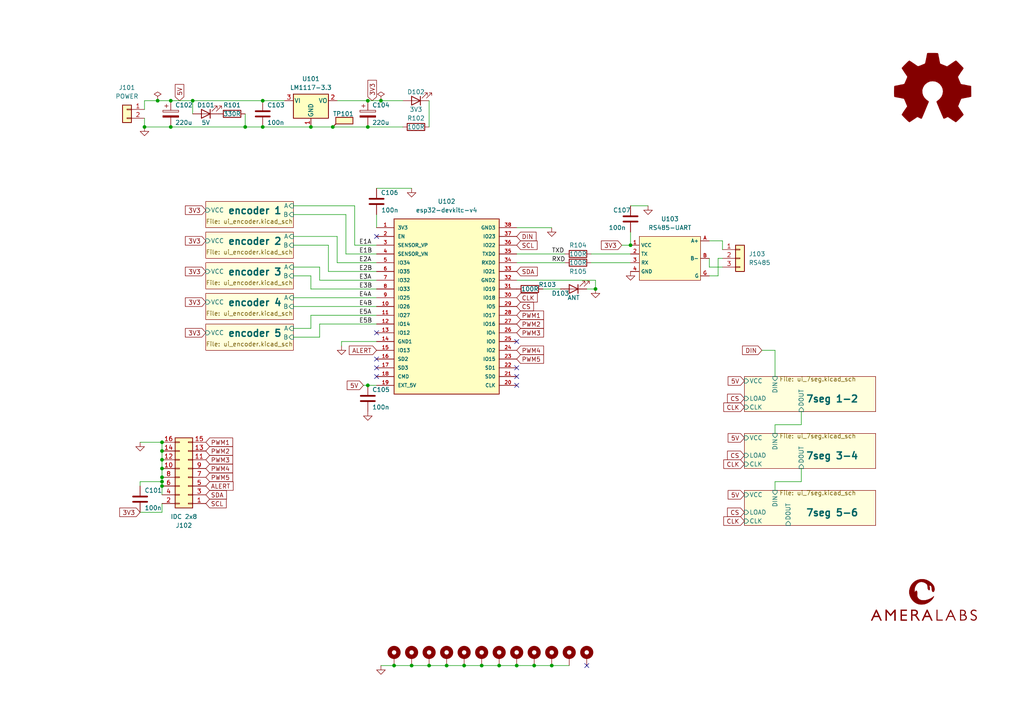
<source format=kicad_sch>
(kicad_sch (version 20211123) (generator eeschema)
  (paper "A4")
  (title_block (title "DZF-6020-UV-power-addon / UI board") (date "2024-09-10") (rev "1.0"))
  (lib_symbols
    (symbol "-ameralab:logo_w_text" (pin_numbers hide) (pin_names (offset 1.016) hide))
    (symbol "-local:RS485-UART"
      (property "Reference" "U" (at 0 10.16 0))
      (property "Value" "RS485-UART" (at 0 7.62 0))
      (symbol "RS485-UART_0_0"
        (pin power_in line (at -11.43 3.81 0) (length 2.54) (name "VCC") (number "1"))
        (pin bidirectional line (at -11.43 1.27 0) (length 2.54) (name "TX") (number "2"))
        (pin bidirectional line (at -11.43 -1.27 0) (length 2.54) (name "RX") (number "3"))
        (pin power_in line (at -11.43 -3.81 0) (length 2.54) (name "GND") (number "4"))
        (pin bidirectional line (at 11.43 5.08 180) (length 2.54) (name "A+") (number "A"))
        (pin bidirectional line (at 11.43 0 180) (length 2.54) (name "B-") (number "B"))
        (pin bidirectional line (at 11.43 -5.08 180) (length 2.54) (name "G") (number "G"))
      )
    )
    (symbol "-local:esp32-devkitc-v4" (pin_names (offset 1.016))
      (property "Reference" "U" (at -15.2572 26.0643 0))
      (property "Value" "esp32-devkitc-v4" (at -15.2563 -27.9698 0))
      (symbol "esp32-devkitc-v4_0_0"
        (pin power_in line (at -20.32 22.86 0) (length 5.08) (name "3V3") (number "1"))
        (pin bidirectional line (at -20.32 0 0) (length 5.08) (name "IO26") (number "10"))
        (pin bidirectional line (at -20.32 -2.54 0) (length 5.08) (name "IO27") (number "11"))
        (pin bidirectional line (at -20.32 -5.08 0) (length 5.08) (name "IO14") (number "12"))
        (pin bidirectional line (at -20.32 -7.62 0) (length 5.08) (name "IO12") (number "13"))
        (pin power_in line (at -20.32 -10.16 0) (length 5.08) (name "GND1") (number "14"))
        (pin bidirectional line (at -20.32 -12.7 0) (length 5.08) (name "IO13") (number "15"))
        (pin bidirectional line (at -20.32 -15.24 0) (length 5.08) (name "SD2") (number "16"))
        (pin bidirectional line (at -20.32 -17.78 0) (length 5.08) (name "SD3") (number "17"))
        (pin bidirectional line (at -20.32 -20.32 0) (length 5.08) (name "CMD") (number "18"))
        (pin power_in line (at -20.32 -22.86 0) (length 5.08) (name "EXT_5V") (number "19"))
        (pin input line (at -20.32 20.32 0) (length 5.08) (name "EN") (number "2"))
        (pin input line (at 20.32 -22.86 180) (length 5.08) (name "CLK") (number "20"))
        (pin bidirectional line (at 20.32 -20.32 180) (length 5.08) (name "SD0") (number "21"))
        (pin bidirectional line (at 20.32 -17.78 180) (length 5.08) (name "SD1") (number "22"))
        (pin bidirectional line (at 20.32 -15.24 180) (length 5.08) (name "IO15") (number "23"))
        (pin bidirectional line (at 20.32 -12.7 180) (length 5.08) (name "IO2") (number "24"))
        (pin bidirectional line (at 20.32 -10.16 180) (length 5.08) (name "IO0") (number "25"))
        (pin bidirectional line (at 20.32 -7.62 180) (length 5.08) (name "IO4") (number "26"))
        (pin bidirectional line (at 20.32 -5.08 180) (length 5.08) (name "IO16") (number "27"))
        (pin bidirectional line (at 20.32 -2.54 180) (length 5.08) (name "IO17") (number "28"))
        (pin bidirectional line (at 20.32 0 180) (length 5.08) (name "IO5") (number "29"))
        (pin input line (at -20.32 17.78 0) (length 5.08) (name "SENSOR_VP") (number "3"))
        (pin bidirectional line (at 20.32 2.54 180) (length 5.08) (name "IO18") (number "30"))
        (pin bidirectional line (at 20.32 5.08 180) (length 5.08) (name "IO19") (number "31"))
        (pin power_in line (at 20.32 7.62 180) (length 5.08) (name "GND2") (number "32"))
        (pin bidirectional line (at 20.32 10.16 180) (length 5.08) (name "IO21") (number "33"))
        (pin input line (at 20.32 12.7 180) (length 5.08) (name "RXD0") (number "34"))
        (pin output line (at 20.32 15.24 180) (length 5.08) (name "TXD0") (number "35"))
        (pin bidirectional line (at 20.32 17.78 180) (length 5.08) (name "IO22") (number "36"))
        (pin bidirectional line (at 20.32 20.32 180) (length 5.08) (name "IO23") (number "37"))
        (pin power_in line (at 20.32 22.86 180) (length 5.08) (name "GND3") (number "38"))
        (pin input line (at -20.32 15.24 0) (length 5.08) (name "SENSOR_VN") (number "4"))
        (pin bidirectional line (at -20.32 12.7 0) (length 5.08) (name "IO34") (number "5"))
        (pin bidirectional line (at -20.32 10.16 0) (length 5.08) (name "IO35") (number "6"))
        (pin bidirectional line (at -20.32 7.62 0) (length 5.08) (name "IO32") (number "7"))
        (pin bidirectional line (at -20.32 5.08 0) (length 5.08) (name "IO33") (number "8"))
        (pin bidirectional line (at -20.32 2.54 0) (length 5.08) (name "IO25") (number "9"))
      )
    )
    (symbol "Connector:TestPoint_Flag" (pin_numbers hide) (pin_names (offset 0.762) hide)
      (property "Reference" "TP" (at 3.429 1.778 0))
      (property "Value" "TestPoint_Flag" (at 3.302 4.191 0))
      (symbol "TestPoint_Flag_1_1"
        (pin passive line (at 0 0 90) (length 0) (name "1") (number "1"))
      )
    )
    (symbol "Connector_Generic:Conn_01x02" (pin_names (offset 1.016) hide)
      (property "Reference" "J" (at 0 2.54 0))
      (property "Value" "Conn_01x02" (at 0 -5.08 0))
      (symbol "Conn_01x02_1_1"
        (pin passive line (at -5.08 0 0) (length 3.81) (name "Pin_1") (number "1"))
        (pin passive line (at -5.08 -2.54 0) (length 3.81) (name "Pin_2") (number "2"))
      )
    )
    (symbol "Connector_Generic:Conn_01x03" (pin_names (offset 1.016) hide)
      (property "Reference" "J" (at 0 5.08 0))
      (property "Value" "Conn_01x03" (at 0 -5.08 0))
      (symbol "Conn_01x03_1_1"
        (pin passive line (at -5.08 2.54 0) (length 3.81) (name "Pin_1") (number "1"))
        (pin passive line (at -5.08 0 0) (length 3.81) (name "Pin_2") (number "2"))
        (pin passive line (at -5.08 -2.54 0) (length 3.81) (name "Pin_3") (number "3"))
      )
    )
    (symbol "Connector_Generic:Conn_02x08_Odd_Even" (pin_names (offset 1.016) hide)
      (property "Reference" "J" (at 1.27 10.16 0))
      (property "Value" "Conn_02x08_Odd_Even" (at 1.27 -12.7 0))
      (symbol "Conn_02x08_Odd_Even_1_1"
        (pin passive line (at -5.08 7.62 0) (length 3.81) (name "Pin_1") (number "1"))
        (pin passive line (at 7.62 -2.54 180) (length 3.81) (name "Pin_10") (number "10"))
        (pin passive line (at -5.08 -5.08 0) (length 3.81) (name "Pin_11") (number "11"))
        (pin passive line (at 7.62 -5.08 180) (length 3.81) (name "Pin_12") (number "12"))
        (pin passive line (at -5.08 -7.62 0) (length 3.81) (name "Pin_13") (number "13"))
        (pin passive line (at 7.62 -7.62 180) (length 3.81) (name "Pin_14") (number "14"))
        (pin passive line (at -5.08 -10.16 0) (length 3.81) (name "Pin_15") (number "15"))
        (pin passive line (at 7.62 -10.16 180) (length 3.81) (name "Pin_16") (number "16"))
        (pin passive line (at 7.62 7.62 180) (length 3.81) (name "Pin_2") (number "2"))
        (pin passive line (at -5.08 5.08 0) (length 3.81) (name "Pin_3") (number "3"))
        (pin passive line (at 7.62 5.08 180) (length 3.81) (name "Pin_4") (number "4"))
        (pin passive line (at -5.08 2.54 0) (length 3.81) (name "Pin_5") (number "5"))
        (pin passive line (at 7.62 2.54 180) (length 3.81) (name "Pin_6") (number "6"))
        (pin passive line (at -5.08 0 0) (length 3.81) (name "Pin_7") (number "7"))
        (pin passive line (at 7.62 0 180) (length 3.81) (name "Pin_8") (number "8"))
        (pin passive line (at -5.08 -2.54 0) (length 3.81) (name "Pin_9") (number "9"))
      )
    )
    (symbol "Device:C" (pin_numbers hide) (pin_names (offset 0.254))
      (property "Reference" "C" (at 0.635 2.54 0))
      (property "Value" "C" (at 0.635 -2.54 0))
      (symbol "C_1_1"
        (pin passive line (at 0 3.81 270) (length 2.794) (name "~") (number "1"))
        (pin passive line (at 0 -3.81 90) (length 2.794) (name "~") (number "2"))
      )
    )
    (symbol "Device:C_Polarized" (pin_numbers hide) (pin_names (offset 0.254))
      (property "Reference" "C" (at 0.635 2.54 0))
      (property "Value" "C_Polarized" (at 0.635 -2.54 0))
      (symbol "C_Polarized_1_1"
        (pin passive line (at 0 3.81 270) (length 2.794) (name "~") (number "1"))
        (pin passive line (at 0 -3.81 90) (length 2.794) (name "~") (number "2"))
      )
    )
    (symbol "Device:LED" (pin_numbers hide) (pin_names (offset 1.016) hide)
      (property "Reference" "D" (at 0 2.54 0))
      (property "Value" "LED" (at 0 -2.54 0))
      (symbol "LED_1_1"
        (pin passive line (at -3.81 0 0) (length 2.54) (name "K") (number "1"))
        (pin passive line (at 3.81 0 180) (length 2.54) (name "A") (number "2"))
      )
    )
    (symbol "Device:R" (pin_numbers hide) (pin_names (offset 0))
      (property "Reference" "R" (at 2.032 0 90))
      (property "Value" "R" (at 0 0 90))
      (symbol "R_1_1"
        (pin passive line (at 0 3.81 270) (length 1.27) (name "~") (number "1"))
        (pin passive line (at 0 -3.81 90) (length 1.27) (name "~") (number "2"))
      )
    )
    (symbol "Graphic:Logo_Open_Hardware_Large" (pin_numbers hide) (pin_names (offset 1.016) hide))
    (symbol "Mechanical:MountingHole_Pad" (pin_numbers hide) (pin_names (offset 1.016) hide)
      (property "Reference" "H" (at 0 6.35 0))
      (property "Value" "MountingHole_Pad" (at 0 4.445 0))
      (symbol "MountingHole_Pad_1_1"
        (pin input line (at 0 -2.54 90) (length 2.54) (name "1") (number "1"))
      )
    )
    (symbol "Regulator_Linear:AZ1117-3.3" (pin_names (offset 0.254))
      (property "Reference" "U" (at -3.81 3.175 0))
      (property "Value" "AZ1117-3.3" (at 0 3.175 0))
      (symbol "AZ1117-3.3_1_1"
        (pin power_in line (at 0 -7.62 90) (length 2.54) (name "GND") (number "1"))
        (pin power_out line (at 7.62 0 180) (length 2.54) (name "VO") (number "2"))
        (pin power_in line (at -7.62 0 0) (length 2.54) (name "VI") (number "3"))
      )
    )
    (symbol "power:GND" (power) (pin_numbers hide) (pin_names (offset 0) hide)
      (property "Value" "GND" (at 0 -3.81 0))
      (symbol "GND_1_1"
        (pin power_in line (at 0 0 270) (length 0) hide (name "GND") (number "1"))
      )
    )
    (symbol "power:PWR_FLAG" (power) (pin_numbers hide) (pin_names (offset 0) hide)
      (property "Value" "PWR_FLAG" (at 0 3.81 0))
      (symbol "PWR_FLAG_0_0"
        (pin power_out line (at 0 0 90) (length 0) (name "pwr") (number "1"))
      )
    )
  )
  (junction (at 106.68 111.76))
  (junction (at 41.91 36.83))
  (junction (at 139.7 193.04))
  (junction (at 45.72 29.21))
  (junction (at 119.38 193.04))
  (junction (at 154.94 193.04))
  (junction (at 144.78 193.04))
  (junction (at 46.99 128.27))
  (junction (at 49.53 29.21))
  (junction (at 76.2 29.21))
  (junction (at 182.88 71.12))
  (junction (at 46.99 133.35))
  (junction (at 124.46 193.04))
  (junction (at 129.54 193.04))
  (junction (at 55.88 29.21))
  (junction (at 46.99 140.97))
  (junction (at 46.99 135.89))
  (junction (at 110.49 29.21))
  (junction (at 96.52 36.83))
  (junction (at 134.62 193.04))
  (junction (at 71.12 36.83))
  (junction (at 106.68 36.83))
  (junction (at 46.99 130.81))
  (junction (at 172.72 83.82))
  (junction (at 106.68 29.21))
  (junction (at 149.86 193.04))
  (junction (at 114.3 193.04))
  (junction (at 90.17 36.83))
  (junction (at 49.53 36.83))
  (junction (at 46.99 138.43))
  (junction (at 76.2 36.83))
  (junction (at 46.99 139.7))
  (junction (at 160.02 193.04))
  (no_connect (at 109.22 106.68))
  (no_connect (at 149.86 99.06))
  (no_connect (at 149.86 106.68))
  (no_connect (at 170.18 193.04))
  (no_connect (at 109.22 68.58))
  (no_connect (at 149.86 111.76))
  (no_connect (at 109.22 96.52))
  (no_connect (at 149.86 109.22))
  (no_connect (at 109.22 104.14))
  (no_connect (at 109.22 109.22))
  (wire (pts (xy 149.86 81.28) (xy 172.72 81.28)))
  (wire (pts (xy 119.38 193.04) (xy 124.46 193.04)))
  (wire (pts (xy 124.46 29.21) (xy 124.46 36.83)))
  (wire (pts (xy 46.99 146.05) (xy 46.99 148.59)))
  (wire (pts (xy 92.71 81.28) (xy 92.71 77.47)))
  (wire (pts (xy 71.12 36.83) (xy 76.2 36.83)))
  (wire (pts (xy 205.74 74.93) (xy 205.74 77.47)))
  (wire (pts (xy 209.55 74.93) (xy 208.28 74.93)))
  (wire (pts (xy 85.09 88.9) (xy 109.22 88.9)))
  (wire (pts (xy 90.17 95.25) (xy 85.09 95.25)))
  (wire (pts (xy 109.22 99.06) (xy 99.06 99.06)))
  (wire (pts (xy 46.99 135.89) (xy 46.99 133.35)))
  (wire (pts (xy 90.17 83.82) (xy 90.17 80.01)))
  (wire (pts (xy 105.41 111.76) (xy 106.68 111.76)))
  (wire (pts (xy 106.68 36.83) (xy 116.84 36.83)))
  (wire (pts (xy 134.62 193.04) (xy 139.7 193.04)))
  (wire (pts (xy 129.54 193.04) (xy 134.62 193.04)))
  (wire (pts (xy 109.22 73.66) (xy 100.33 73.66)))
  (wire (pts (xy 171.45 76.2) (xy 182.88 76.2)))
  (wire (pts (xy 149.86 193.04) (xy 154.94 193.04)))
  (wire (pts (xy 100.33 62.23) (xy 85.09 62.23)))
  (wire (pts (xy 55.88 29.21) (xy 55.88 33.02)))
  (wire (pts (xy 208.28 74.93) (xy 208.28 80.01)))
  (wire (pts (xy 224.79 139.7) (xy 224.79 142.24)))
  (wire (pts (xy 76.2 29.21) (xy 82.55 29.21)))
  (wire (pts (xy 224.79 123.19) (xy 232.41 123.19)))
  (wire (pts (xy 46.99 140.97) (xy 46.99 139.7)))
  (wire (pts (xy 224.79 101.6) (xy 224.79 109.22)))
  (wire (pts (xy 41.91 36.83) (xy 41.91 34.29)))
  (wire (pts (xy 40.64 128.27) (xy 46.99 128.27)))
  (wire (pts (xy 95.25 71.12) (xy 85.09 71.12)))
  (wire (pts (xy 110.49 29.21) (xy 116.84 29.21)))
  (wire (pts (xy 90.17 36.83) (xy 96.52 36.83)))
  (wire (pts (xy 119.38 54.61) (xy 109.22 54.61)))
  (wire (pts (xy 97.79 29.21) (xy 106.68 29.21)))
  (wire (pts (xy 139.7 193.04) (xy 144.78 193.04)))
  (wire (pts (xy 90.17 80.01) (xy 85.09 80.01)))
  (wire (pts (xy 224.79 123.19) (xy 224.79 125.73)))
  (wire (pts (xy 114.3 193.04) (xy 119.38 193.04)))
  (wire (pts (xy 102.87 59.69) (xy 85.09 59.69)))
  (wire (pts (xy 109.22 83.82) (xy 90.17 83.82)))
  (wire (pts (xy 95.25 78.74) (xy 95.25 71.12)))
  (wire (pts (xy 46.99 143.51) (xy 46.99 140.97)))
  (wire (pts (xy 106.68 111.76) (xy 109.22 111.76)))
  (wire (pts (xy 180.34 71.12) (xy 182.88 71.12)))
  (wire (pts (xy 45.72 29.21) (xy 41.91 29.21)))
  (wire (pts (xy 149.86 76.2) (xy 163.83 76.2)))
  (wire (pts (xy 109.22 91.44) (xy 90.17 91.44)))
  (wire (pts (xy 162.56 83.82) (xy 157.48 83.82)))
  (wire (pts (xy 96.52 36.83) (xy 106.68 36.83)))
  (wire (pts (xy 110.49 193.04) (xy 114.3 193.04)))
  (wire (pts (xy 109.22 62.23) (xy 109.22 66.04)))
  (wire (pts (xy 187.96 59.69) (xy 182.88 59.69)))
  (wire (pts (xy 209.55 72.39) (xy 209.55 69.85)))
  (wire (pts (xy 100.33 73.66) (xy 100.33 62.23)))
  (wire (pts (xy 49.53 36.83) (xy 41.91 36.83)))
  (wire (pts (xy 76.2 36.83) (xy 90.17 36.83)))
  (wire (pts (xy 106.68 29.21) (xy 110.49 29.21)))
  (wire (pts (xy 182.88 67.31) (xy 182.88 71.12)))
  (wire (pts (xy 224.79 139.7) (xy 232.41 139.7)))
  (wire (pts (xy 46.99 138.43) (xy 46.99 135.89)))
  (wire (pts (xy 49.53 29.21) (xy 45.72 29.21)))
  (wire (pts (xy 154.94 193.04) (xy 160.02 193.04)))
  (wire (pts (xy 46.99 128.27) (xy 46.99 130.81)))
  (wire (pts (xy 209.55 77.47) (xy 205.74 77.47)))
  (wire (pts (xy 99.06 99.06) (xy 99.06 100.33)))
  (wire (pts (xy 109.22 71.12) (xy 102.87 71.12)))
  (wire (pts (xy 49.53 36.83) (xy 71.12 36.83)))
  (wire (pts (xy 92.71 97.79) (xy 85.09 97.79)))
  (wire (pts (xy 71.12 33.02) (xy 71.12 36.83)))
  (wire (pts (xy 40.64 139.7) (xy 46.99 139.7)))
  (wire (pts (xy 97.79 68.58) (xy 85.09 68.58)))
  (wire (pts (xy 46.99 148.59) (xy 40.64 148.59)))
  (wire (pts (xy 220.98 101.6) (xy 224.79 101.6)))
  (wire (pts (xy 97.79 76.2) (xy 97.79 68.58)))
  (wire (pts (xy 102.87 71.12) (xy 102.87 59.69)))
  (wire (pts (xy 109.22 76.2) (xy 97.79 76.2)))
  (wire (pts (xy 149.86 73.66) (xy 163.83 73.66)))
  (wire (pts (xy 170.18 83.82) (xy 172.72 83.82)))
  (wire (pts (xy 92.71 77.47) (xy 85.09 77.47)))
  (wire (pts (xy 46.99 133.35) (xy 46.99 130.81)))
  (wire (pts (xy 171.45 73.66) (xy 182.88 73.66)))
  (wire (pts (xy 172.72 81.28) (xy 172.72 83.82)))
  (wire (pts (xy 55.88 29.21) (xy 76.2 29.21)))
  (wire (pts (xy 149.86 66.04) (xy 160.02 66.04)))
  (wire (pts (xy 49.53 29.21) (xy 55.88 29.21)))
  (wire (pts (xy 232.41 119.38) (xy 232.41 123.19)))
  (wire (pts (xy 160.02 193.04) (xy 165.1 193.04)))
  (wire (pts (xy 40.64 140.97) (xy 40.64 139.7)))
  (wire (pts (xy 124.46 193.04) (xy 129.54 193.04)))
  (wire (pts (xy 109.22 81.28) (xy 92.71 81.28)))
  (wire (pts (xy 46.99 139.7) (xy 46.99 138.43)))
  (wire (pts (xy 92.71 93.98) (xy 92.71 97.79)))
  (wire (pts (xy 109.22 93.98) (xy 92.71 93.98)))
  (wire (pts (xy 208.28 80.01) (xy 205.74 80.01)))
  (wire (pts (xy 232.41 135.89) (xy 232.41 139.7)))
  (wire (pts (xy 209.55 69.85) (xy 205.74 69.85)))
  (wire (pts (xy 41.91 29.21) (xy 41.91 31.75)))
  (wire (pts (xy 144.78 193.04) (xy 149.86 193.04)))
  (wire (pts (xy 85.09 86.36) (xy 109.22 86.36)))
  (wire (pts (xy 90.17 91.44) (xy 90.17 95.25)))
  (wire (pts (xy 109.22 78.74) (xy 95.25 78.74)))
  (label "E5A" (at 104.14 91.44 0))
  (label "E3B" (at 104.14 83.82 0))
  (label "E2B" (at 104.14 78.74 0))
  (label "E1B" (at 104.14 73.66 0))
  (label "E2A" (at 104.14 76.2 0))
  (label "E1A" (at 104.14 71.12 0))
  (label "E5B" (at 104.14 93.98 0))
  (label "E3A" (at 104.14 81.28 0))
  (label "E4B" (at 104.14 88.9 0))
  (label "RXD" (at 160.02 76.2 0))
  (label "E4A" (at 104.14 86.36 0))
  (label "TXD" (at 160.02 73.66 0))
  (global_label "PWM5" (shape input) (at 59.69 138.43 0) (property "Intersheet References" "${INTERSHEET_REFS}" (effects hide)))
  (global_label "PWM2" (shape input) (at 59.69 130.81 0) (property "Intersheet References" "${INTERSHEET_REFS}" (effects hide)))
  (global_label "5V" (shape input) (at 215.9 110.49 180) (property "Intersheet References" "${INTERSHEET_REFS}" (effects hide)))
  (global_label "SCL" (shape input) (at 59.69 146.05 0) (property "Intersheet References" "${INTERSHEET_REFS}" (effects hide)))
  (global_label "PWM3" (shape input) (at 149.86 96.52 0) (property "Intersheet References" "${INTERSHEET_REFS}" (effects hide)))
  (global_label "SDA" (shape input) (at 149.86 78.74 0) (property "Intersheet References" "${INTERSHEET_REFS}" (effects hide)))
  (global_label "3V3" (shape input) (at 59.69 60.96 180) (property "Intersheet References" "${INTERSHEET_REFS}" (effects hide)))
  (global_label "5V" (shape input) (at 215.9 127 180) (property "Intersheet References" "${INTERSHEET_REFS}" (effects hide)))
  (global_label "3V3" (shape input) (at 59.69 69.85 180) (property "Intersheet References" "${INTERSHEET_REFS}" (effects hide)))
  (global_label "3V3" (shape input) (at 107.95 29.21 90) (property "Intersheet References" "${INTERSHEET_REFS}" (effects hide)))
  (global_label "DIN" (shape input) (at 149.86 68.58 0) (property "Intersheet References" "${INTERSHEET_REFS}" (effects hide)))
  (global_label "PWM1" (shape input) (at 59.69 128.27 0) (property "Intersheet References" "${INTERSHEET_REFS}" (effects hide)))
  (global_label "PWM3" (shape input) (at 59.69 133.35 0) (property "Intersheet References" "${INTERSHEET_REFS}" (effects hide)))
  (global_label "CS" (shape input) (at 215.9 148.59 180) (property "Intersheet References" "${INTERSHEET_REFS}" (effects hide)))
  (global_label "CS" (shape input) (at 149.86 88.9 0) (property "Intersheet References" "${INTERSHEET_REFS}" (effects hide)))
  (global_label "PWM4" (shape input) (at 59.69 135.89 0) (property "Intersheet References" "${INTERSHEET_REFS}" (effects hide)))
  (global_label "PWM2" (shape input) (at 149.86 93.98 0) (property "Intersheet References" "${INTERSHEET_REFS}" (effects hide)))
  (global_label "SCL" (shape input) (at 149.86 71.12 0) (property "Intersheet References" "${INTERSHEET_REFS}" (effects hide)))
  (global_label "CS" (shape input) (at 215.9 132.08 180) (property "Intersheet References" "${INTERSHEET_REFS}" (effects hide)))
  (global_label "3V3" (shape input) (at 180.34 71.12 180) (property "Intersheet References" "${INTERSHEET_REFS}" (effects hide)))
  (global_label "ALERT" (shape input) (at 109.22 101.6 180) (property "Intersheet References" "${INTERSHEET_REFS}" (effects hide)))
  (global_label "PWM1" (shape input) (at 149.86 91.44 0) (property "Intersheet References" "${INTERSHEET_REFS}" (effects hide)))
  (global_label "3V3" (shape input) (at 59.69 87.63 180) (property "Intersheet References" "${INTERSHEET_REFS}" (effects hide)))
  (global_label "3V3" (shape input) (at 59.69 78.74 180) (property "Intersheet References" "${INTERSHEET_REFS}" (effects hide)))
  (global_label "3V3" (shape input) (at 40.64 148.59 180) (property "Intersheet References" "${INTERSHEET_REFS}" (effects hide)))
  (global_label "CLK" (shape input) (at 149.86 86.36 0) (property "Intersheet References" "${INTERSHEET_REFS}" (effects hide)))
  (global_label "5V" (shape input) (at 52.07 29.21 90) (property "Intersheet References" "${INTERSHEET_REFS}" (effects hide)))
  (global_label "CS" (shape input) (at 215.9 115.57 180) (property "Intersheet References" "${INTERSHEET_REFS}" (effects hide)))
  (global_label "5V" (shape input) (at 215.9 143.51 180) (property "Intersheet References" "${INTERSHEET_REFS}" (effects hide)))
  (global_label "CLK" (shape input) (at 215.9 134.62 180) (property "Intersheet References" "${INTERSHEET_REFS}" (effects hide)))
  (global_label "ALERT" (shape input) (at 59.69 140.97 0) (property "Intersheet References" "${INTERSHEET_REFS}" (effects hide)))
  (global_label "DIN" (shape input) (at 220.98 101.6 180) (property "Intersheet References" "${INTERSHEET_REFS}" (effects hide)))
  (global_label "5V" (shape input) (at 105.41 111.76 180) (property "Intersheet References" "${INTERSHEET_REFS}" (effects hide)))
  (global_label "CLK" (shape input) (at 215.9 118.11 180) (property "Intersheet References" "${INTERSHEET_REFS}" (effects hide)))
  (global_label "PWM4" (shape input) (at 149.86 101.6 0) (property "Intersheet References" "${INTERSHEET_REFS}" (effects hide)))
  (global_label "CLK" (shape input) (at 215.9 151.13 180) (property "Intersheet References" "${INTERSHEET_REFS}" (effects hide)))
  (global_label "SDA" (shape input) (at 59.69 143.51 0) (property "Intersheet References" "${INTERSHEET_REFS}" (effects hide)))
  (global_label "3V3" (shape input) (at 59.69 96.52 180) (property "Intersheet References" "${INTERSHEET_REFS}" (effects hide)))
  (global_label "PWM5" (shape input) (at 149.86 104.14 0) (property "Intersheet References" "${INTERSHEET_REFS}" (effects hide)))
  (symbol (lib_id "Device:R") (at 67.31 33.02 90) (unit 1)
    (property "Reference" "R101" (at 67.31 30.48 90))
    (property "Value" "330R" (at 67.31 33.02 90))
    (property "Footprint" "Resistor_SMD:R_0805_2012Metric_Pad1.20x1.40mm_HandSolder" (effects hide))
  )
  (symbol (lib_id "Device:C_Polarized") (at 49.53 33.02 0) (unit 1)
    (property "Reference" "C102" (at 50.8 30.48 0) (effects (justify left)))
    (property "Value" "220u" (at 50.8 35.56 0) (effects (justify left)))
    (property "Footprint" "Capacitor_SMD:CP_Elec_10x10.5" (effects hide))
  )
  (symbol (lib_id "Connector_Generic:Conn_02x08_Odd_Even") (at 54.61 138.43 180) (unit 1)
    (property "Reference" "J102" (at 53.34 152.4 0))
    (property "Value" "IDC 2x8" (at 53.34 149.86 0))
    (property "Footprint" "Connector_IDC:IDC-Header_2x08_P2.54mm_Vertical" (effects hide))
    (property "jlc-part-type" "E" (effects hide))
    (property "lcsc#" "C3406" (effects hide))
  )
  (symbol (lib_id "power:GND") (at 182.88 78.74 0) (unit 1)
    (property "Reference" "#PWR0109" (effects hide))
    (property "Value" "GND" (effects hide))
  )
  (symbol (lib_id "Device:C") (at 106.68 115.57 0) (unit 1)
    (property "Reference" "C105" (at 107.95 113.03 0) (effects (justify left)))
    (property "Value" "100n" (at 107.95 118.11 0) (effects (justify left)))
    (property "Footprint" "Capacitor_SMD:C_0805_2012Metric_Pad1.18x1.45mm_HandSolder" (effects hide))
    (property "lcsc#" "C476766" (effects hide))
  )
  (symbol (lib_id "Device:R") (at 120.65 36.83 90) (unit 1)
    (property "Reference" "R102" (at 120.65 34.29 90))
    (property "Value" "100R" (at 120.65 36.83 90))
    (property "Footprint" "Resistor_SMD:R_0805_2012Metric_Pad1.20x1.40mm_HandSolder" (effects hide))
  )
  (symbol (lib_id "Device:LED") (at 59.69 33.02 180) (unit 1)
    (property "Reference" "D101" (at 59.69 30.48 0))
    (property "Value" "5V" (at 59.69 35.56 0))
    (property "Footprint" "LED_SMD:LED_0805_2012Metric_Pad1.15x1.40mm_HandSolder" (effects hide))
    (property "lcsc#" "C965815" (effects hide))
  )
  (symbol (lib_id "Device:R") (at 153.67 83.82 90) (unit 1)
    (property "Reference" "R103" (at 158.75 82.55 90))
    (property "Value" "100R" (at 153.67 83.82 90))
    (property "Footprint" "Resistor_SMD:R_0805_2012Metric_Pad1.20x1.40mm_HandSolder" (effects hide))
  )
  (symbol (lib_id "Connector:TestPoint_Flag") (at 96.52 36.83 0) (unit 1) (in_bom no)
    (property "Reference" "TP101" (at 96.52 33.02 0) (effects (justify left)))
    (property "Value" "TP_GND" (effects hide))
    (property "Footprint" "TestPoint:TestPoint_Loop_D2.60mm_Drill1.6mm_Beaded" (effects hide))
    (property "lcsc#" "C5199808" (effects hide))
  )
  (symbol (lib_id "Mechanical:MountingHole_Pad") (at 129.54 190.5 0) (unit 1) (in_bom no)
    (property "Reference" "H104" (effects hide))
    (property "Value" "MountingHole_Pad" (effects hide))
    (property "Footprint" "MountingHole:MountingHole_3.2mm_M3_Pad_Via" (effects hide))
  )
  (symbol (lib_id "power:GND") (at 187.96 59.69 0) (unit 1)
    (property "Reference" "#PWR0110" (effects hide))
    (property "Value" "GND" (effects hide))
  )
  (symbol (lib_id "power:GND") (at 99.06 100.33 0) (unit 1)
    (property "Reference" "#PWR0103" (effects hide))
    (property "Value" "GND" (effects hide))
  )
  (symbol (lib_id "Device:LED") (at 120.65 29.21 180) (unit 1)
    (property "Reference" "D102" (at 120.65 26.67 0))
    (property "Value" "3V3" (at 120.65 31.75 0))
    (property "Footprint" "LED_SMD:LED_0805_2012Metric_Pad1.15x1.40mm_HandSolder" (effects hide))
    (property "lcsc#" "C965815" (effects hide))
  )
  (symbol (lib_id "-ameralab:logo_w_text") (at 267.97 173.99 0) (unit 1) (in_bom no)
    (property "Reference" "G101" (effects hide))
    (property "Value" "logo_w_text" (effects hide))
    (property "Footprint" "-local:logo_ameralab_w_text_30x12_silk" (effects hide))
  )
  (symbol (lib_id "power:GND") (at 106.68 119.38 0) (unit 1)
    (property "Reference" "#PWR0105" (effects hide))
    (property "Value" "GND" (effects hide))
  )
  (symbol (lib_id "Device:C") (at 182.88 63.5 0) (unit 1)
    (property "Reference" "C107" (at 177.8 60.96 0) (effects (justify left)))
    (property "Value" "100n" (at 176.53 66.04 0) (effects (justify left)))
    (property "Footprint" "Capacitor_SMD:C_0805_2012Metric_Pad1.18x1.45mm_HandSolder" (effects hide))
    (property "lcsc#" "C476766" (effects hide))
  )
  (symbol (lib_id "-local:RS485-UART") (at 194.31 74.93 0) (unit 1)
    (property "Reference" "U103" (at 194.31 63.5 0))
    (property "Value" "RS485-UART" (at 194.31 66.04 0))
    (property "Footprint" "-local:RS485-UART" (effects hide))
  )
  (symbol (lib_id "Mechanical:MountingHole_Pad") (at 124.46 190.5 0) (unit 1) (in_bom no)
    (property "Reference" "H103" (effects hide))
    (property "Value" "MountingHole_Pad" (effects hide))
    (property "Footprint" "MountingHole:MountingHole_3.2mm_M3_Pad_Via" (effects hide))
  )
  (symbol (lib_id "Device:C") (at 109.22 58.42 0) (mirror y) (unit 1)
    (property "Reference" "C106" (at 115.57 55.88 0) (effects (justify left)))
    (property "Value" "100n" (at 115.57 60.96 0) (effects (justify left)))
    (property "Footprint" "Capacitor_SMD:C_0805_2012Metric_Pad1.18x1.45mm_HandSolder" (effects hide))
    (property "lcsc#" "C476766" (effects hide))
  )
  (symbol (lib_id "Regulator_Linear:AZ1117-3.3") (at 90.17 29.21 0) (unit 1)
    (property "Reference" "U101" (at 90.17 22.86 0))
    (property "Value" "LM1117-3.3" (at 90.17 25.4 0))
    (property "Footprint" "Package_TO_SOT_SMD:SOT-223-3_TabPin2" (effects hide))
    (property "Datasheet" "https://www.ti.com/lit/ds/symlink/lm1117.pdf" (effects hide))
  )
  (symbol (lib_id "Mechanical:MountingHole_Pad") (at 114.3 190.5 0) (unit 1) (in_bom no)
    (property "Reference" "H101" (effects hide))
    (property "Value" "MountingHole_Pad" (effects hide))
    (property "Footprint" "MountingHole:MountingHole_3.2mm_M3_Pad_Via" (effects hide))
  )
  (symbol (lib_id "Device:C") (at 76.2 33.02 0) (unit 1)
    (property "Reference" "C103" (at 77.47 30.48 0) (effects (justify left)))
    (property "Value" "100n" (at 77.47 35.56 0) (effects (justify left)))
    (property "Footprint" "Capacitor_SMD:C_0805_2012Metric_Pad1.18x1.45mm_HandSolder" (effects hide))
    (property "lcsc#" "C476766" (effects hide))
  )
  (symbol (lib_id "Mechanical:MountingHole_Pad") (at 160.02 190.5 0) (unit 1) (in_bom no)
    (property "Reference" "H110" (effects hide))
    (property "Value" "MountingHole_Pad" (effects hide))
    (property "Footprint" "MountingHole:MountingHole_3.2mm_M3_Pad_Via" (effects hide))
  )
  (symbol (lib_id "power:GND") (at 172.72 83.82 0) (unit 1)
    (property "Reference" "#PWR0108" (effects hide))
    (property "Value" "GND" (effects hide))
  )
  (symbol (lib_id "Connector_Generic:Conn_01x02") (at 36.83 31.75 0) (mirror y) (unit 1)
    (property "Reference" "J101" (at 36.83 25.4 0))
    (property "Value" "POWER" (at 36.83 27.94 0))
    (property "Footprint" "Connector_JST:JST_XH_B2B-XH-A_1x02_P2.50mm_Vertical" (effects hide))
  )
  (symbol (lib_id "Mechanical:MountingHole_Pad") (at 154.94 190.5 0) (unit 1) (in_bom no)
    (property "Reference" "H109" (effects hide))
    (property "Value" "MountingHole_Pad" (effects hide))
    (property "Footprint" "MountingHole:MountingHole_3.2mm_M3_Pad_Via" (effects hide))
  )
  (symbol (lib_id "Mechanical:MountingHole_Pad") (at 170.18 190.5 0) (unit 1) (in_bom no)
    (property "Reference" "H112" (effects hide))
    (property "Value" "MountingHole_Pad" (effects hide))
    (property "Footprint" "MountingHole:MountingHole_6.5mm_Pad_Via" (effects hide))
  )
  (symbol (lib_id "Device:R") (at 167.64 76.2 90) (unit 1)
    (property "Reference" "R105" (at 167.64 78.74 90))
    (property "Value" "100R" (at 167.64 76.2 90))
    (property "Footprint" "Resistor_SMD:R_0805_2012Metric_Pad1.20x1.40mm_HandSolder" (effects hide))
  )
  (symbol (lib_id "power:GND") (at 119.38 54.61 0) (unit 1)
    (property "Reference" "#PWR0106" (effects hide))
    (property "Value" "GND" (effects hide))
  )
  (symbol (lib_id "Mechanical:MountingHole_Pad") (at 119.38 190.5 0) (unit 1) (in_bom no)
    (property "Reference" "H102" (effects hide))
    (property "Value" "MountingHole_Pad" (effects hide))
    (property "Footprint" "MountingHole:MountingHole_3.2mm_M3_Pad_Via" (effects hide))
  )
  (symbol (lib_id "Device:C_Polarized") (at 106.68 33.02 0) (unit 1)
    (property "Reference" "C104" (at 107.95 30.48 0) (effects (justify left)))
    (property "Value" "220u" (at 107.95 35.56 0) (effects (justify left)))
    (property "Footprint" "Capacitor_SMD:CP_Elec_10x10.5" (effects hide))
  )
  (symbol (lib_id "power:GND") (at 160.02 66.04 0) (unit 1)
    (property "Reference" "#PWR0107" (effects hide))
    (property "Value" "GND" (effects hide))
  )
  (symbol (lib_id "Device:LED") (at 166.37 83.82 180) (unit 1)
    (property "Reference" "D103" (at 162.56 85.09 0))
    (property "Value" "ANT" (at 166.37 86.36 0))
    (property "Footprint" "LED_SMD:LED_0805_2012Metric_Pad1.15x1.40mm_HandSolder" (effects hide))
    (property "lcsc#" "C965815" (effects hide))
  )
  (symbol (lib_id "Mechanical:MountingHole_Pad") (at 144.78 190.5 0) (unit 1) (in_bom no)
    (property "Reference" "H107" (effects hide))
    (property "Value" "MountingHole_Pad" (effects hide))
    (property "Footprint" "MountingHole:MountingHole_3.2mm_M3_Pad_Via" (effects hide))
  )
  (symbol (lib_id "Device:C") (at 40.64 144.78 0) (unit 1)
    (property "Reference" "C101" (at 41.91 142.24 0) (effects (justify left)))
    (property "Value" "100n" (at 41.91 147.32 0) (effects (justify left)))
    (property "Footprint" "Capacitor_SMD:C_0805_2012Metric_Pad1.18x1.45mm_HandSolder" (effects hide))
    (property "lcsc#" "C476766" (effects hide))
  )
  (symbol (lib_id "power:PWR_FLAG") (at 45.72 29.21 0) (unit 1)
    (property "Reference" "#FLG0101" (effects hide))
    (property "Value" "PWR_FLAG" (effects hide))
  )
  (symbol (lib_id "power:GND") (at 41.91 36.83 0) (unit 1)
    (property "Reference" "#PWR0101" (effects hide))
    (property "Value" "GND" (effects hide))
  )
  (symbol (lib_id "power:GND") (at 110.49 193.04 0) (unit 1)
    (property "Reference" "#PWR0104" (effects hide))
    (property "Value" "GND" (effects hide))
  )
  (symbol (lib_id "Mechanical:MountingHole_Pad") (at 165.1 190.5 0) (unit 1) (in_bom no)
    (property "Reference" "H111" (effects hide))
    (property "Value" "MountingHole_Pad" (effects hide))
    (property "Footprint" "MountingHole:MountingHole_3.2mm_M3_Pad_Via" (effects hide))
  )
  (symbol (lib_id "Mechanical:MountingHole_Pad") (at 149.86 190.5 0) (unit 1) (in_bom no)
    (property "Reference" "H108" (effects hide))
    (property "Value" "MountingHole_Pad" (effects hide))
    (property "Footprint" "MountingHole:MountingHole_3.2mm_M3_Pad_Via" (effects hide))
  )
  (symbol (lib_id "Graphic:Logo_Open_Hardware_Large") (at 270.51 26.67 0) (unit 1) (in_bom no)
    (property "Reference" "G102" (effects hide))
    (property "Value" "Logo_Open_Hardware_Large" (effects hide))
    (property "Footprint" "Symbol:OSHW-Symbol_6.7x6mm_SilkScreen" (effects hide))
    (property "jlc-part-type" "-" (effects hide))
  )
  (symbol (lib_id "Device:R") (at 167.64 73.66 90) (unit 1)
    (property "Reference" "R104" (at 167.64 71.12 90))
    (property "Value" "100R" (at 167.64 73.66 90))
    (property "Footprint" "Resistor_SMD:R_0805_2012Metric_Pad1.20x1.40mm_HandSolder" (effects hide))
  )
  (symbol (lib_id "power:GND") (at 40.64 128.27 0) (unit 1)
    (property "Reference" "#PWR0102" (effects hide))
    (property "Value" "GND" (effects hide))
  )
  (symbol (lib_id "-local:esp32-devkitc-v4") (at 129.54 88.9 0) (unit 1)
    (property "Reference" "U102" (at 129.54 58.42 0))
    (property "Value" "esp32-devkitc-v4" (at 129.54 60.96 0))
    (property "Footprint" "-local:esp32-devkitc-v4" (effects hide))
  )
  (symbol (lib_id "Mechanical:MountingHole_Pad") (at 139.7 190.5 0) (unit 1) (in_bom no)
    (property "Reference" "H106" (effects hide))
    (property "Value" "MountingHole_Pad" (effects hide))
    (property "Footprint" "MountingHole:MountingHole_3.2mm_M3_Pad_Via" (effects hide))
  )
  (symbol (lib_id "Mechanical:MountingHole_Pad") (at 134.62 190.5 0) (unit 1) (in_bom no)
    (property "Reference" "H105" (effects hide))
    (property "Value" "MountingHole_Pad" (effects hide))
    (property "Footprint" "MountingHole:MountingHole_3.2mm_M3_Pad_Via" (effects hide))
  )
  (symbol (lib_id "Connector_Generic:Conn_01x03") (at 214.63 74.93 0) (unit 1)
    (property "Reference" "J103" (at 217.17 73.6599 0) (effects (justify left)))
    (property "Value" "RS485" (at 217.17 76.1999 0) (effects (justify left)))
    (property "Footprint" "Connector_JST:JST_XH_B3B-XH-A_1x03_P2.50mm_Vertical" (effects hide))
  )
  (symbol (lib_id "power:PWR_FLAG") (at 110.49 29.21 0) (unit 1)
    (property "Reference" "#FLG0102" (effects hide))
    (property "Value" "PWR_FLAG" (effects hide))
  )
  (sheet (at 59.69 76.2) (size 25.4 7.62) (stroke (width 0.1524)) (fill (color 255 255 221 1.0000))
    (property "Sheet name" "encoder 3" (at 66.04 80.01 0) (effects (font (size 2 2) bold) (justify left bottom)))
    (property "Sheet file" "ui_encoder.kicad_sch" (at 59.69 81.28 0) (effects (justify left top)))
    (pin "A" input (at 85.09 77.47 0))
    (pin "VCC" input (at 59.69 78.74 180))
    (pin "B" input (at 85.09 80.01 0))
  )
  (sheet (at 59.69 58.42) (size 25.4 7.62) (stroke (width 0.1524)) (fill (color 255 255 221 1.0000))
    (property "Sheet name" "encoder 1" (at 66.04 62.23 0) (effects (font (size 2 2) bold) (justify left bottom)))
    (property "Sheet file" "ui_encoder.kicad_sch" (at 59.69 63.5 0) (effects (justify left top)))
    (pin "A" input (at 85.09 59.69 0))
    (pin "VCC" input (at 59.69 60.96 180))
    (pin "B" input (at 85.09 62.23 0))
  )
  (sheet (at 59.69 85.09) (size 25.4 7.62) (stroke (width 0.1524)) (fill (color 255 255 221 1.0000))
    (property "Sheet name" "encoder 4" (at 66.04 88.9 0) (effects (font (size 2 2) bold) (justify left bottom)))
    (property "Sheet file" "ui_encoder.kicad_sch" (at 59.69 90.17 0) (effects (justify left top)))
    (pin "A" input (at 85.09 86.36 0))
    (pin "VCC" input (at 59.69 87.63 180))
    (pin "B" input (at 85.09 88.9 0))
  )
  (sheet (at 59.69 67.31) (size 25.4 7.62) (stroke (width 0.1524)) (fill (color 255 255 221 1.0000))
    (property "Sheet name" "encoder 2" (at 66.04 71.12 0) (effects (font (size 2 2) bold) (justify left bottom)))
    (property "Sheet file" "ui_encoder.kicad_sch" (at 59.69 72.39 0) (effects (justify left top)))
    (pin "A" input (at 85.09 68.58 0))
    (pin "VCC" input (at 59.69 69.85 180))
    (pin "B" input (at 85.09 71.12 0))
  )
  (sheet (at 59.69 93.98) (size 25.4 7.62) (stroke (width 0.1524)) (fill (color 255 255 221 1.0000))
    (property "Sheet name" "encoder 5" (at 66.04 97.79 0) (effects (font (size 2 2) bold) (justify left bottom)))
    (property "Sheet file" "ui_encoder.kicad_sch" (at 59.69 99.06 0) (effects (justify left top)))
    (pin "A" input (at 85.09 95.25 0))
    (pin "VCC" input (at 59.69 96.52 180))
    (pin "B" input (at 85.09 97.79 0))
  )
  (sheet (at 215.9 142.24) (size 38.1 10.16) (stroke (width 0.1524)) (fill (color 255 255 221 1.0000))
    (property "Sheet name" "7seg 5-6" (at 233.68 149.86 0) (effects (font (size 2 2) bold) (justify left bottom)))
    (property "Sheet file" "ui_7seg.kicad_sch" (at 226.06 142.24 0) (effects (justify left top)))
    (pin "DOUT" input (at 228.6 152.4 270))
    (pin "LOAD" input (at 215.9 148.59 180))
    (pin "CLK" input (at 215.9 151.13 180))
    (pin "DIN" input (at 224.79 142.24 90))
    (pin "VCC" input (at 215.9 143.51 180))
  )
  (sheet (at 215.9 125.73) (size 38.1 10.16) (stroke (width 0.1524)) (fill (color 255 255 221 1.0000))
    (property "Sheet name" "7seg 3-4" (at 233.68 133.35 0) (effects (font (size 2 2) bold) (justify left bottom)))
    (property "Sheet file" "ui_7seg.kicad_sch" (at 226.06 125.73 0) (effects (justify left top)))
    (pin "DOUT" input (at 232.41 135.89 270))
    (pin "LOAD" input (at 215.9 132.08 180))
    (pin "CLK" input (at 215.9 134.62 180))
    (pin "DIN" input (at 224.79 125.73 90))
    (pin "VCC" input (at 215.9 127 180))
  )
  (sheet (at 215.9 109.22) (size 38.1 10.16) (stroke (width 0.1524)) (fill (color 255 255 221 1.0000))
    (property "Sheet name" "7seg 1-2" (at 233.68 116.84 0) (effects (font (size 2 2) bold) (justify left bottom)))
    (property "Sheet file" "ui_7seg.kicad_sch" (at 226.06 109.22 0) (effects (justify left top)))
    (pin "DOUT" input (at 232.41 119.38 270))
    (pin "LOAD" input (at 215.9 115.57 180))
    (pin "CLK" input (at 215.9 118.11 180))
    (pin "DIN" input (at 224.79 109.22 90))
    (pin "VCC" input (at 215.9 110.49 180))
  )
)
</source>
